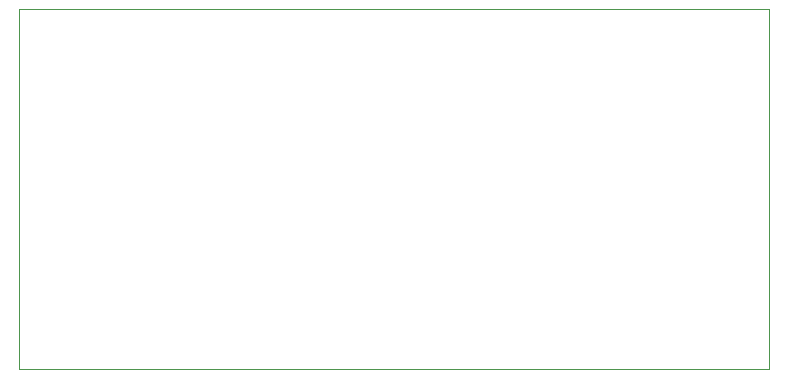
<source format=gbr>
%TF.GenerationSoftware,KiCad,Pcbnew,9.0.6*%
%TF.CreationDate,2025-12-05T15:02:41+01:00*%
%TF.ProjectId,KinderLight,4b696e64-6572-44c6-9967-68742e6b6963,rev?*%
%TF.SameCoordinates,Original*%
%TF.FileFunction,Profile,NP*%
%FSLAX46Y46*%
G04 Gerber Fmt 4.6, Leading zero omitted, Abs format (unit mm)*
G04 Created by KiCad (PCBNEW 9.0.6) date 2025-12-05 15:02:41*
%MOMM*%
%LPD*%
G01*
G04 APERTURE LIST*
%TA.AperFunction,Profile*%
%ADD10C,0.050000*%
%TD*%
G04 APERTURE END LIST*
D10*
X76200000Y-68580000D02*
X139700000Y-68580000D01*
X139700000Y-99060000D01*
X76200000Y-99060000D01*
X76200000Y-68580000D01*
M02*

</source>
